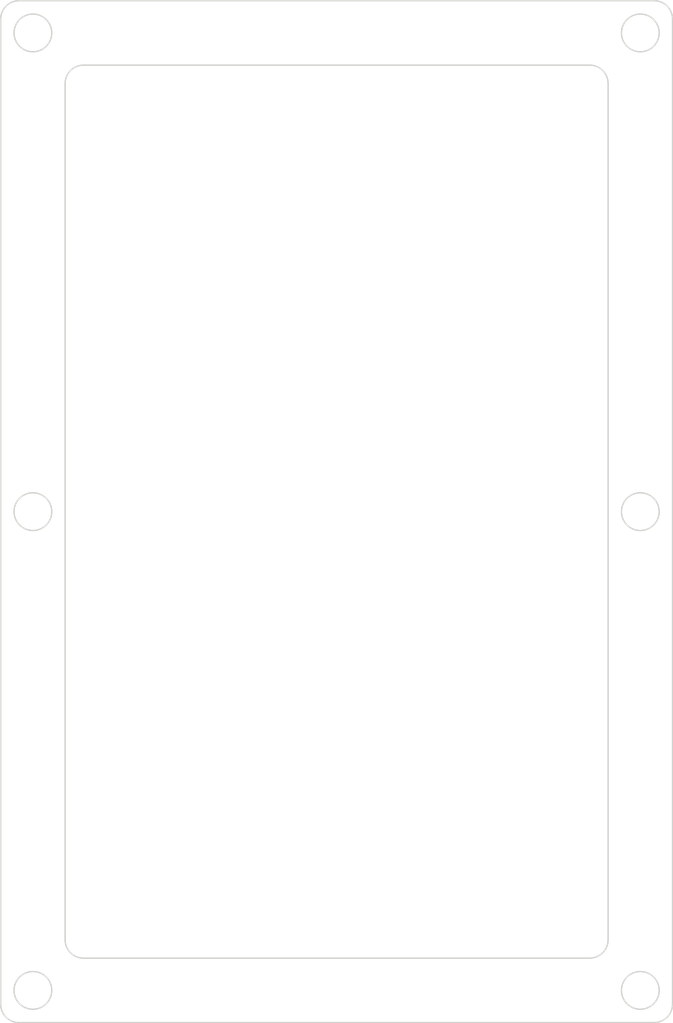
<source format=kicad_pcb>


(kicad_pcb (version 20171130) (host pcbnew 5.1.6)

  (page A3)
  (title_block
    (title "spacer_plate_top")
    (rev "0.1")
    (company "ceoloide")
  )

  (general
    (thickness 1.6)
  )

  (layers
    (0 F.Cu signal)
    (31 B.Cu signal)
    (32 B.Adhes user)
    (33 F.Adhes user)
    (34 B.Paste user)
    (35 F.Paste user)
    (36 B.SilkS user)
    (37 F.SilkS user)
    (38 B.Mask user)
    (39 F.Mask user)
    (40 Dwgs.User user)
    (41 Cmts.User user)
    (42 Eco1.User user)
    (43 Eco2.User user)
    (44 Edge.Cuts user)
    (45 Margin user)
    (46 B.CrtYd user)
    (47 F.CrtYd user)
    (48 B.Fab user)
    (49 F.Fab user)
  )

  (setup
    (last_trace_width 0.25)
    (trace_clearance 0.2)
    (zone_clearance 0.508)
    (zone_45_only no)
    (trace_min 0.2)
    (via_size 0.8)
    (via_drill 0.4)
    (via_min_size 0.4)
    (via_min_drill 0.3)
    (uvia_size 0.3)
    (uvia_drill 0.1)
    (uvias_allowed no)
    (uvia_min_size 0.2)
    (uvia_min_drill 0.1)
    (edge_width 0.05)
    (segment_width 0.2)
    (pcb_text_width 0.3)
    (pcb_text_size 1.5 1.5)
    (mod_edge_width 0.12)
    (mod_text_size 1 1)
    (mod_text_width 0.15)
    (pad_size 1.524 1.524)
    (pad_drill 0.762)
    (pad_to_mask_clearance 0.05)
    (aux_axis_origin 0 0)
    (visible_elements FFFFFF7F)
    (pcbplotparams
      (layerselection 0x010fc_ffffffff)
      (usegerberextensions false)
      (usegerberattributes true)
      (usegerberadvancedattributes true)
      (creategerberjobfile true)
      (excludeedgelayer true)
      (linewidth 0.100000)
      (plotframeref false)
      (viasonmask false)
      (mode 1)
      (useauxorigin false)
      (hpglpennumber 1)
      (hpglpenspeed 20)
      (hpglpendiameter 15.000000)
      (psnegative false)
      (psa4output false)
      (plotreference true)
      (plotvalue true)
      (plotinvisibletext false)
      (padsonsilk false)
      (subtractmaskfromsilk false)
      (outputformat 1)
      (mirror false)
      (drillshape 1)
      (scaleselection 1)
      (outputdirectory ""))
  )

  (net 0 "")

  (net_class Default "This is the default net class."
    (clearance 0.2)
    (trace_width 0.25)
    (via_dia 0.8)
    (via_drill 0.4)
    (uvia_dia 0.3)
    (uvia_drill 0.1)
    (add_net "")
  )

  
  (gr_line (start 44.5 142.5) (end 113.5 142.5) (angle 90) (layer Edge.Cuts) (width 0.15))
(gr_line (start 115.5 140.5) (end 115.5 33.5) (angle 90) (layer Edge.Cuts) (width 0.15))
(gr_line (start 44.5 31.5) (end 113.5 31.5) (angle 90) (layer Edge.Cuts) (width 0.15))
(gr_line (start 42.5 140.5) (end 42.5 33.5) (angle 90) (layer Edge.Cuts) (width 0.15))
(gr_arc (start 113.5 140.5) (end 113.5 142.5) (angle -90) (layer Edge.Cuts) (width 0.15))
(gr_arc (start 113.5 33.5) (end 115.5 33.5) (angle -90) (layer Edge.Cuts) (width 0.15))
(gr_arc (start 44.5 33.5) (end 44.5 31.5) (angle -90) (layer Edge.Cuts) (width 0.15))
(gr_arc (start 44.5 140.5) (end 42.5 140.5) (angle -90) (layer Edge.Cuts) (width 0.15))
(gr_line (start 51.5 135.5) (end 106.5 135.5) (angle 90) (layer Edge.Cuts) (width 0.15))
(gr_arc (start 106.5 133.5) (end 106.5 135.5) (angle -90) (layer Edge.Cuts) (width 0.15))
(gr_line (start 108.5 133.5) (end 108.5 40.5) (angle 90) (layer Edge.Cuts) (width 0.15))
(gr_arc (start 106.5 40.5) (end 108.5 40.5) (angle -90) (layer Edge.Cuts) (width 0.15))
(gr_line (start 106.5 38.5) (end 51.5 38.5) (angle 90) (layer Edge.Cuts) (width 0.15))
(gr_arc (start 51.5 40.5) (end 51.5 38.5) (angle -90) (layer Edge.Cuts) (width 0.15))
(gr_line (start 49.5 40.5) (end 49.5 133.5) (angle 90) (layer Edge.Cuts) (width 0.15))
(gr_arc (start 51.5 133.5) (end 49.5 133.5) (angle -90) (layer Edge.Cuts) (width 0.15))
(gr_circle (center 46 35) (end 48.05 35) (layer Edge.Cuts) (width 0.15))
(gr_circle (center 112 35) (end 114.05 35) (layer Edge.Cuts) (width 0.15))
(gr_circle (center 46 87) (end 48.05 87) (layer Edge.Cuts) (width 0.15))
(gr_circle (center 112 87) (end 114.05 87) (layer Edge.Cuts) (width 0.15))
(gr_circle (center 46 139) (end 48.05 139) (layer Edge.Cuts) (width 0.15))
(gr_circle (center 112 139) (end 114.05 139) (layer Edge.Cuts) (width 0.15))

)


</source>
